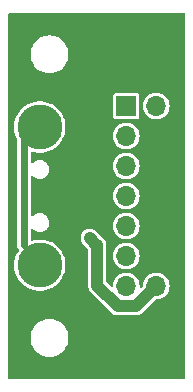
<source format=gbl>
G04 #@! TF.GenerationSoftware,KiCad,Pcbnew,7.0.0-da2b9df05c~163~ubuntu22.04.1*
G04 #@! TF.CreationDate,2023-03-12T19:04:27+00:00*
G04 #@! TF.ProjectId,simpleadapter14m,73696d70-6c65-4616-9461-707465723134,rev?*
G04 #@! TF.SameCoordinates,Original*
G04 #@! TF.FileFunction,Copper,L2,Bot*
G04 #@! TF.FilePolarity,Positive*
%FSLAX46Y46*%
G04 Gerber Fmt 4.6, Leading zero omitted, Abs format (unit mm)*
G04 Created by KiCad (PCBNEW 7.0.0-da2b9df05c~163~ubuntu22.04.1) date 2023-03-12 19:04:27*
%MOMM*%
%LPD*%
G01*
G04 APERTURE LIST*
G04 #@! TA.AperFunction,ComponentPad*
%ADD10C,3.800000*%
G04 #@! TD*
G04 #@! TA.AperFunction,ComponentPad*
%ADD11R,1.700000X1.700000*%
G04 #@! TD*
G04 #@! TA.AperFunction,ComponentPad*
%ADD12O,1.700000X1.700000*%
G04 #@! TD*
G04 #@! TA.AperFunction,ViaPad*
%ADD13C,0.800000*%
G04 #@! TD*
G04 #@! TA.AperFunction,Conductor*
%ADD14C,1.000000*%
G04 #@! TD*
G04 #@! TA.AperFunction,Conductor*
%ADD15C,0.250000*%
G04 #@! TD*
G04 #@! TA.AperFunction,Conductor*
%ADD16C,0.600000*%
G04 #@! TD*
G04 APERTURE END LIST*
D10*
X149177000Y-88750000D03*
X149177000Y-100450000D03*
D11*
X156499999Y-86979999D03*
D12*
X159039999Y-86979999D03*
X156499999Y-89519999D03*
X159039999Y-89519999D03*
X156499999Y-92059999D03*
X159039999Y-92059999D03*
X156499999Y-94599999D03*
X159039999Y-94599999D03*
X156499999Y-97139999D03*
X159039999Y-97139999D03*
X156499999Y-99679999D03*
X159039999Y-99679999D03*
X156499999Y-102219999D03*
X159039999Y-102219999D03*
D13*
X153400000Y-98140000D03*
X154050000Y-98750002D03*
X154110000Y-87760000D03*
X153800000Y-90920000D03*
X154600000Y-90140000D03*
X154100000Y-86750000D03*
D14*
X153980000Y-98720000D02*
X153400000Y-98140000D01*
X155780000Y-103940000D02*
X154050000Y-102210000D01*
X154050000Y-102210000D02*
X154050000Y-98750002D01*
X159040000Y-102220000D02*
X157320000Y-103940000D01*
X157320000Y-103940000D02*
X155780000Y-103940000D01*
D15*
X149177000Y-88384000D02*
X147828000Y-89733000D01*
X147828000Y-98735000D02*
X149177000Y-100084000D01*
D16*
X147828000Y-89733000D02*
X147828000Y-98735000D01*
G04 #@! TA.AperFunction,Conductor*
G36*
X161437500Y-79117113D02*
G01*
X161482887Y-79162500D01*
X161499500Y-79224500D01*
X161499500Y-109975500D01*
X161482887Y-110037500D01*
X161437500Y-110082887D01*
X161375500Y-110099500D01*
X146624500Y-110099500D01*
X146562500Y-110082887D01*
X146517113Y-110037500D01*
X146500500Y-109975500D01*
X146500500Y-106600000D01*
X148394551Y-106600000D01*
X148414317Y-106851148D01*
X148415452Y-106855877D01*
X148415453Y-106855881D01*
X148471989Y-107091374D01*
X148471991Y-107091382D01*
X148473127Y-107096111D01*
X148569534Y-107328859D01*
X148572081Y-107333016D01*
X148572082Y-107333017D01*
X148698617Y-107539504D01*
X148698622Y-107539511D01*
X148701164Y-107543659D01*
X148704324Y-107547358D01*
X148704327Y-107547363D01*
X148861615Y-107731523D01*
X148864776Y-107735224D01*
X149056341Y-107898836D01*
X149060491Y-107901379D01*
X149060495Y-107901382D01*
X149172300Y-107969896D01*
X149271141Y-108030466D01*
X149503889Y-108126873D01*
X149748852Y-108185683D01*
X149937118Y-108200500D01*
X150060437Y-108200500D01*
X150062882Y-108200500D01*
X150251148Y-108185683D01*
X150496111Y-108126873D01*
X150728859Y-108030466D01*
X150943659Y-107898836D01*
X151135224Y-107735224D01*
X151298836Y-107543659D01*
X151430466Y-107328859D01*
X151526873Y-107096111D01*
X151585683Y-106851148D01*
X151605449Y-106600000D01*
X151585683Y-106348852D01*
X151526873Y-106103889D01*
X151430466Y-105871141D01*
X151298836Y-105656341D01*
X151135224Y-105464776D01*
X151131523Y-105461615D01*
X150947363Y-105304327D01*
X150947358Y-105304324D01*
X150943659Y-105301164D01*
X150939511Y-105298622D01*
X150939504Y-105298617D01*
X150733017Y-105172082D01*
X150733016Y-105172081D01*
X150728859Y-105169534D01*
X150496111Y-105073127D01*
X150491382Y-105071991D01*
X150491374Y-105071989D01*
X150255881Y-105015453D01*
X150255877Y-105015452D01*
X150251148Y-105014317D01*
X150246295Y-105013935D01*
X150065316Y-104999691D01*
X150065301Y-104999690D01*
X150062882Y-104999500D01*
X149937118Y-104999500D01*
X149934699Y-104999690D01*
X149934683Y-104999691D01*
X149753704Y-105013935D01*
X149753702Y-105013935D01*
X149748852Y-105014317D01*
X149744124Y-105015451D01*
X149744118Y-105015453D01*
X149508625Y-105071989D01*
X149508613Y-105071992D01*
X149503889Y-105073127D01*
X149499392Y-105074989D01*
X149499388Y-105074991D01*
X149275645Y-105167668D01*
X149275640Y-105167670D01*
X149271141Y-105169534D01*
X149266988Y-105172078D01*
X149266982Y-105172082D01*
X149060495Y-105298617D01*
X149060482Y-105298626D01*
X149056341Y-105301164D01*
X149052646Y-105304319D01*
X149052636Y-105304327D01*
X148868476Y-105461615D01*
X148868469Y-105461621D01*
X148864776Y-105464776D01*
X148861621Y-105468469D01*
X148861615Y-105468476D01*
X148704327Y-105652636D01*
X148704319Y-105652646D01*
X148701164Y-105656341D01*
X148698626Y-105660482D01*
X148698617Y-105660495D01*
X148572082Y-105866982D01*
X148572078Y-105866988D01*
X148569534Y-105871141D01*
X148473127Y-106103889D01*
X148471992Y-106108613D01*
X148471989Y-106108625D01*
X148415453Y-106344118D01*
X148415451Y-106344124D01*
X148414317Y-106348852D01*
X148394551Y-106600000D01*
X146500500Y-106600000D01*
X146500500Y-100450000D01*
X147001428Y-100450000D01*
X147001717Y-100454225D01*
X147017802Y-100689396D01*
X147021691Y-100746240D01*
X147022552Y-100750387D01*
X147022554Y-100750396D01*
X147032966Y-100800500D01*
X147082104Y-101036962D01*
X147083522Y-101040953D01*
X147083525Y-101040962D01*
X147180120Y-101312753D01*
X147181541Y-101316750D01*
X147183488Y-101320508D01*
X147183490Y-101320512D01*
X147254744Y-101458026D01*
X147318149Y-101580392D01*
X147320595Y-101583857D01*
X147486939Y-101819514D01*
X147486943Y-101819519D01*
X147489384Y-101822977D01*
X147692056Y-102039986D01*
X147922390Y-102227377D01*
X148176095Y-102381658D01*
X148448445Y-102499956D01*
X148672924Y-102562852D01*
X148730287Y-102578925D01*
X148730289Y-102578925D01*
X148734367Y-102580068D01*
X149028534Y-102620500D01*
X149321229Y-102620500D01*
X149325466Y-102620500D01*
X149619633Y-102580068D01*
X149905555Y-102499956D01*
X150177905Y-102381658D01*
X150431610Y-102227377D01*
X150661944Y-102039986D01*
X150864616Y-101822977D01*
X151035851Y-101580392D01*
X151172459Y-101316750D01*
X151271896Y-101036962D01*
X151332309Y-100746240D01*
X151352572Y-100450000D01*
X151332309Y-100153760D01*
X151271896Y-99863038D01*
X151172459Y-99583250D01*
X151035851Y-99319608D01*
X150890054Y-99113060D01*
X150867060Y-99080485D01*
X150867058Y-99080482D01*
X150864616Y-99077023D01*
X150684280Y-98883930D01*
X150664831Y-98863105D01*
X150664829Y-98863103D01*
X150661944Y-98860014D01*
X150431610Y-98672623D01*
X150427986Y-98670419D01*
X150427983Y-98670417D01*
X150181523Y-98520542D01*
X150181521Y-98520541D01*
X150177905Y-98518342D01*
X150155983Y-98508820D01*
X149909436Y-98401729D01*
X149909426Y-98401725D01*
X149905555Y-98400044D01*
X149867224Y-98389304D01*
X149623712Y-98321074D01*
X149623699Y-98321071D01*
X149619633Y-98319932D01*
X149615446Y-98319356D01*
X149615434Y-98319354D01*
X149329663Y-98280076D01*
X149329650Y-98280075D01*
X149325466Y-98279500D01*
X149028534Y-98279500D01*
X149024350Y-98280075D01*
X149024336Y-98280076D01*
X148738565Y-98319354D01*
X148738550Y-98319356D01*
X148734367Y-98319932D01*
X148730303Y-98321070D01*
X148730287Y-98321074D01*
X148555955Y-98369921D01*
X148499348Y-98372338D01*
X148447575Y-98349323D01*
X148411444Y-98305679D01*
X148398500Y-98250519D01*
X148398500Y-98226815D01*
X152629500Y-98226815D01*
X152668136Y-98396090D01*
X152671153Y-98402356D01*
X152671155Y-98402360D01*
X152676558Y-98413579D01*
X152743471Y-98552525D01*
X152824580Y-98654231D01*
X152827042Y-98656693D01*
X152827043Y-98656694D01*
X153243181Y-99072832D01*
X153270061Y-99113060D01*
X153279500Y-99160513D01*
X153279500Y-102123185D01*
X153279500Y-102296815D01*
X153281049Y-102303601D01*
X153287641Y-102332483D01*
X153289970Y-102346192D01*
X153294065Y-102382537D01*
X153296364Y-102389107D01*
X153296366Y-102389116D01*
X153306146Y-102417067D01*
X153309994Y-102430423D01*
X153316585Y-102459297D01*
X153316586Y-102459301D01*
X153318136Y-102466090D01*
X153324399Y-102479095D01*
X153334008Y-102499049D01*
X153339327Y-102511891D01*
X153351411Y-102546423D01*
X153355114Y-102552316D01*
X153370873Y-102577396D01*
X153377597Y-102589564D01*
X153393471Y-102622525D01*
X153416283Y-102651131D01*
X153424321Y-102662460D01*
X153440082Y-102687542D01*
X153443787Y-102693438D01*
X153474580Y-102724230D01*
X153474580Y-102724231D01*
X155265768Y-104515420D01*
X155265772Y-104515423D01*
X155296562Y-104546213D01*
X155302465Y-104549922D01*
X155327532Y-104565673D01*
X155338874Y-104573720D01*
X155367475Y-104596529D01*
X155400442Y-104612404D01*
X155412596Y-104619122D01*
X155443577Y-104638589D01*
X155478098Y-104650668D01*
X155478101Y-104650669D01*
X155490950Y-104655991D01*
X155523910Y-104671864D01*
X155559584Y-104680006D01*
X155572927Y-104683850D01*
X155607463Y-104695935D01*
X155643823Y-104700031D01*
X155657525Y-104702359D01*
X155693185Y-104710499D01*
X155736715Y-104710499D01*
X155736727Y-104710499D01*
X155736733Y-104710500D01*
X157233185Y-104710500D01*
X157363267Y-104710500D01*
X157399849Y-104710500D01*
X157406815Y-104710500D01*
X157442490Y-104702356D01*
X157456180Y-104700030D01*
X157492537Y-104695935D01*
X157527062Y-104683853D01*
X157540424Y-104680003D01*
X157576090Y-104671864D01*
X157609049Y-104655990D01*
X157621901Y-104650668D01*
X157656423Y-104638589D01*
X157687408Y-104619118D01*
X157699545Y-104612409D01*
X157732525Y-104596529D01*
X157761128Y-104573717D01*
X157772458Y-104565678D01*
X157803438Y-104546213D01*
X157926213Y-104423438D01*
X157926212Y-104423438D01*
X158972832Y-103376819D01*
X159013061Y-103349939D01*
X159060514Y-103340500D01*
X159138101Y-103340500D01*
X159143830Y-103340500D01*
X159347953Y-103302342D01*
X159541589Y-103227327D01*
X159718145Y-103118009D01*
X159871607Y-102978110D01*
X159996749Y-102812394D01*
X160089311Y-102626505D01*
X160146140Y-102426773D01*
X160165300Y-102220000D01*
X160146140Y-102013227D01*
X160089311Y-101813495D01*
X159996749Y-101627606D01*
X159993296Y-101623034D01*
X159993294Y-101623030D01*
X159875063Y-101466467D01*
X159871607Y-101461890D01*
X159867371Y-101458029D01*
X159867369Y-101458026D01*
X159722379Y-101325851D01*
X159722380Y-101325851D01*
X159718145Y-101321991D01*
X159713276Y-101318976D01*
X159713273Y-101318974D01*
X159546463Y-101215691D01*
X159546464Y-101215691D01*
X159541589Y-101212673D01*
X159536246Y-101210603D01*
X159353300Y-101139729D01*
X159353295Y-101139727D01*
X159347953Y-101137658D01*
X159342315Y-101136604D01*
X159149459Y-101100552D01*
X159149456Y-101100551D01*
X159143830Y-101099500D01*
X158936170Y-101099500D01*
X158930544Y-101100551D01*
X158930540Y-101100552D01*
X158737684Y-101136604D01*
X158737681Y-101136604D01*
X158732047Y-101137658D01*
X158726707Y-101139726D01*
X158726699Y-101139729D01*
X158543753Y-101210603D01*
X158543748Y-101210605D01*
X158538411Y-101212673D01*
X158533539Y-101215689D01*
X158533536Y-101215691D01*
X158366726Y-101318974D01*
X158366718Y-101318979D01*
X158361855Y-101321991D01*
X158357624Y-101325847D01*
X158357620Y-101325851D01*
X158212630Y-101458026D01*
X158212622Y-101458034D01*
X158208393Y-101461890D01*
X158204939Y-101466462D01*
X158204936Y-101466467D01*
X158086705Y-101623030D01*
X158086697Y-101623041D01*
X158083251Y-101627606D01*
X158080701Y-101632726D01*
X158080696Y-101632735D01*
X157993243Y-101808364D01*
X157993239Y-101808372D01*
X157990689Y-101813495D01*
X157989123Y-101818998D01*
X157989119Y-101819009D01*
X157935429Y-102007712D01*
X157933860Y-102013227D01*
X157933331Y-102018932D01*
X157933331Y-102018934D01*
X157915190Y-102214707D01*
X157903966Y-102255959D01*
X157879400Y-102290947D01*
X157834943Y-102335404D01*
X157783394Y-102366342D01*
X157723351Y-102369396D01*
X157668929Y-102343848D01*
X157632921Y-102295703D01*
X157623791Y-102236280D01*
X157624771Y-102225706D01*
X157625300Y-102220000D01*
X157606140Y-102013227D01*
X157549311Y-101813495D01*
X157456749Y-101627606D01*
X157453296Y-101623034D01*
X157453294Y-101623030D01*
X157335063Y-101466467D01*
X157331607Y-101461890D01*
X157327371Y-101458029D01*
X157327369Y-101458026D01*
X157182379Y-101325851D01*
X157182380Y-101325851D01*
X157178145Y-101321991D01*
X157173276Y-101318976D01*
X157173273Y-101318974D01*
X157006463Y-101215691D01*
X157006464Y-101215691D01*
X157001589Y-101212673D01*
X156996246Y-101210603D01*
X156813300Y-101139729D01*
X156813295Y-101139727D01*
X156807953Y-101137658D01*
X156802315Y-101136604D01*
X156609459Y-101100552D01*
X156609456Y-101100551D01*
X156603830Y-101099500D01*
X156396170Y-101099500D01*
X156390544Y-101100551D01*
X156390540Y-101100552D01*
X156197684Y-101136604D01*
X156197681Y-101136604D01*
X156192047Y-101137658D01*
X156186707Y-101139726D01*
X156186699Y-101139729D01*
X156003753Y-101210603D01*
X156003748Y-101210605D01*
X155998411Y-101212673D01*
X155993539Y-101215689D01*
X155993536Y-101215691D01*
X155826726Y-101318974D01*
X155826718Y-101318979D01*
X155821855Y-101321991D01*
X155817624Y-101325847D01*
X155817620Y-101325851D01*
X155672630Y-101458026D01*
X155672622Y-101458034D01*
X155668393Y-101461890D01*
X155664939Y-101466462D01*
X155664936Y-101466467D01*
X155546705Y-101623030D01*
X155546697Y-101623041D01*
X155543251Y-101627606D01*
X155540701Y-101632726D01*
X155540696Y-101632735D01*
X155453243Y-101808364D01*
X155453239Y-101808372D01*
X155450689Y-101813495D01*
X155449123Y-101818998D01*
X155449119Y-101819009D01*
X155395429Y-102007712D01*
X155393860Y-102013227D01*
X155393331Y-102018930D01*
X155393331Y-102018933D01*
X155379986Y-102162944D01*
X155354599Y-102227367D01*
X155298626Y-102268132D01*
X155229521Y-102272528D01*
X155168835Y-102239183D01*
X154856818Y-101927167D01*
X154829939Y-101886940D01*
X154820500Y-101839487D01*
X154820500Y-99680000D01*
X155374700Y-99680000D01*
X155393860Y-99886773D01*
X155395429Y-99892287D01*
X155449119Y-100080990D01*
X155449122Y-100080998D01*
X155450689Y-100086505D01*
X155453241Y-100091630D01*
X155453243Y-100091635D01*
X155540696Y-100267264D01*
X155540698Y-100267268D01*
X155543251Y-100272394D01*
X155546701Y-100276962D01*
X155546705Y-100276969D01*
X155650389Y-100414269D01*
X155668393Y-100438110D01*
X155672627Y-100441970D01*
X155672630Y-100441973D01*
X155686070Y-100454225D01*
X155821855Y-100578009D01*
X155998411Y-100687327D01*
X156192047Y-100762342D01*
X156396170Y-100800500D01*
X156598101Y-100800500D01*
X156603830Y-100800500D01*
X156807953Y-100762342D01*
X157001589Y-100687327D01*
X157178145Y-100578009D01*
X157331607Y-100438110D01*
X157456749Y-100272394D01*
X157549311Y-100086505D01*
X157606140Y-99886773D01*
X157625300Y-99680000D01*
X157606140Y-99473227D01*
X157549311Y-99273495D01*
X157456749Y-99087606D01*
X157453296Y-99083034D01*
X157453294Y-99083030D01*
X157335063Y-98926467D01*
X157331607Y-98921890D01*
X157327371Y-98918029D01*
X157327369Y-98918026D01*
X157182379Y-98785851D01*
X157182380Y-98785851D01*
X157178145Y-98781991D01*
X157173276Y-98778976D01*
X157173273Y-98778974D01*
X157006463Y-98675691D01*
X157006464Y-98675691D01*
X157001589Y-98672673D01*
X156995766Y-98670417D01*
X156813300Y-98599729D01*
X156813295Y-98599727D01*
X156807953Y-98597658D01*
X156802315Y-98596604D01*
X156609459Y-98560552D01*
X156609456Y-98560551D01*
X156603830Y-98559500D01*
X156396170Y-98559500D01*
X156390544Y-98560551D01*
X156390540Y-98560552D01*
X156197684Y-98596604D01*
X156197681Y-98596604D01*
X156192047Y-98597658D01*
X156186707Y-98599726D01*
X156186699Y-98599729D01*
X156003753Y-98670603D01*
X156003748Y-98670605D01*
X155998411Y-98672673D01*
X155993539Y-98675689D01*
X155993536Y-98675691D01*
X155826726Y-98778974D01*
X155826718Y-98778979D01*
X155821855Y-98781991D01*
X155817624Y-98785847D01*
X155817620Y-98785851D01*
X155672630Y-98918026D01*
X155672622Y-98918034D01*
X155668393Y-98921890D01*
X155664939Y-98926462D01*
X155664936Y-98926467D01*
X155546705Y-99083030D01*
X155546697Y-99083041D01*
X155543251Y-99087606D01*
X155540701Y-99092726D01*
X155540696Y-99092735D01*
X155453243Y-99268364D01*
X155453239Y-99268372D01*
X155450689Y-99273495D01*
X155449123Y-99278998D01*
X155449119Y-99279009D01*
X155395429Y-99467712D01*
X155393860Y-99473227D01*
X155374700Y-99680000D01*
X154820500Y-99680000D01*
X154820500Y-98710220D01*
X154820500Y-98706735D01*
X154805935Y-98577465D01*
X154748589Y-98413579D01*
X154656213Y-98266564D01*
X154533438Y-98143789D01*
X154527538Y-98140082D01*
X154527531Y-98140076D01*
X154437644Y-98083596D01*
X154415935Y-98066284D01*
X153916694Y-97567043D01*
X153914231Y-97564580D01*
X153812525Y-97483471D01*
X153806250Y-97480449D01*
X153662360Y-97411155D01*
X153662356Y-97411153D01*
X153656090Y-97408136D01*
X153649305Y-97406587D01*
X153649304Y-97406587D01*
X153534864Y-97380467D01*
X153486815Y-97369500D01*
X153313185Y-97369500D01*
X153306398Y-97371048D01*
X153306398Y-97371049D01*
X153150695Y-97406587D01*
X153150692Y-97406588D01*
X153143910Y-97408136D01*
X153137646Y-97411152D01*
X153137639Y-97411155D01*
X152993749Y-97480449D01*
X152993744Y-97480451D01*
X152987475Y-97483471D01*
X152982035Y-97487809D01*
X152982029Y-97487813D01*
X152857168Y-97587387D01*
X152857163Y-97587391D01*
X152851727Y-97591727D01*
X152847391Y-97597163D01*
X152847387Y-97597168D01*
X152747813Y-97722029D01*
X152747809Y-97722035D01*
X152743471Y-97727475D01*
X152740451Y-97733744D01*
X152740449Y-97733749D01*
X152671155Y-97877639D01*
X152671152Y-97877646D01*
X152668136Y-97883910D01*
X152666588Y-97890692D01*
X152666587Y-97890695D01*
X152664895Y-97898110D01*
X152629500Y-98053185D01*
X152629500Y-98226815D01*
X148398500Y-98226815D01*
X148398500Y-97502940D01*
X148412015Y-97446645D01*
X148449615Y-97402622D01*
X148503102Y-97380467D01*
X148560818Y-97385009D01*
X148610180Y-97415258D01*
X148674738Y-97479816D01*
X148827478Y-97575789D01*
X148997745Y-97635368D01*
X149132046Y-97650500D01*
X149218470Y-97650500D01*
X149221954Y-97650500D01*
X149356255Y-97635368D01*
X149526522Y-97575789D01*
X149679262Y-97479816D01*
X149806816Y-97352262D01*
X149902789Y-97199522D01*
X149923617Y-97140000D01*
X155374700Y-97140000D01*
X155393860Y-97346773D01*
X155395429Y-97352287D01*
X155449119Y-97540990D01*
X155449122Y-97540998D01*
X155450689Y-97546505D01*
X155453241Y-97551630D01*
X155453243Y-97551635D01*
X155540696Y-97727264D01*
X155540698Y-97727268D01*
X155543251Y-97732394D01*
X155546701Y-97736962D01*
X155546705Y-97736969D01*
X155650389Y-97874269D01*
X155668393Y-97898110D01*
X155672627Y-97901970D01*
X155672630Y-97901973D01*
X155762054Y-97983493D01*
X155821855Y-98038009D01*
X155998411Y-98147327D01*
X156192047Y-98222342D01*
X156396170Y-98260500D01*
X156598101Y-98260500D01*
X156603830Y-98260500D01*
X156807953Y-98222342D01*
X157001589Y-98147327D01*
X157178145Y-98038009D01*
X157331607Y-97898110D01*
X157456749Y-97732394D01*
X157549311Y-97546505D01*
X157606140Y-97346773D01*
X157625300Y-97140000D01*
X157606140Y-96933227D01*
X157549311Y-96733495D01*
X157456749Y-96547606D01*
X157453296Y-96543034D01*
X157453294Y-96543030D01*
X157335063Y-96386467D01*
X157331607Y-96381890D01*
X157327371Y-96378029D01*
X157327369Y-96378026D01*
X157182379Y-96245851D01*
X157182380Y-96245851D01*
X157178145Y-96241991D01*
X157173276Y-96238976D01*
X157173273Y-96238974D01*
X157006463Y-96135691D01*
X157006464Y-96135691D01*
X157001589Y-96132673D01*
X156996246Y-96130603D01*
X156813300Y-96059729D01*
X156813295Y-96059727D01*
X156807953Y-96057658D01*
X156766399Y-96049890D01*
X156609459Y-96020552D01*
X156609456Y-96020551D01*
X156603830Y-96019500D01*
X156396170Y-96019500D01*
X156390544Y-96020551D01*
X156390540Y-96020552D01*
X156197684Y-96056604D01*
X156197681Y-96056604D01*
X156192047Y-96057658D01*
X156186707Y-96059726D01*
X156186699Y-96059729D01*
X156003753Y-96130603D01*
X156003748Y-96130605D01*
X155998411Y-96132673D01*
X155993539Y-96135689D01*
X155993536Y-96135691D01*
X155826726Y-96238974D01*
X155826718Y-96238979D01*
X155821855Y-96241991D01*
X155817624Y-96245847D01*
X155817620Y-96245851D01*
X155672630Y-96378026D01*
X155672622Y-96378034D01*
X155668393Y-96381890D01*
X155664939Y-96386462D01*
X155664936Y-96386467D01*
X155546705Y-96543030D01*
X155546697Y-96543041D01*
X155543251Y-96547606D01*
X155540701Y-96552726D01*
X155540696Y-96552735D01*
X155453243Y-96728364D01*
X155453239Y-96728372D01*
X155450689Y-96733495D01*
X155449123Y-96738998D01*
X155449119Y-96739009D01*
X155417540Y-96850000D01*
X155393860Y-96933227D01*
X155374700Y-97140000D01*
X149923617Y-97140000D01*
X149962368Y-97029255D01*
X149982565Y-96850000D01*
X149962368Y-96670745D01*
X149902789Y-96500478D01*
X149806816Y-96347738D01*
X149679262Y-96220184D01*
X149642460Y-96197060D01*
X149532412Y-96127912D01*
X149526522Y-96124211D01*
X149519959Y-96121914D01*
X149519956Y-96121913D01*
X149362825Y-96066931D01*
X149356255Y-96064632D01*
X149349333Y-96063852D01*
X149225418Y-96049890D01*
X149225412Y-96049889D01*
X149221954Y-96049500D01*
X149132046Y-96049500D01*
X149128588Y-96049889D01*
X149128581Y-96049890D01*
X149004666Y-96063852D01*
X149004664Y-96063852D01*
X148997745Y-96064632D01*
X148991176Y-96066930D01*
X148991174Y-96066931D01*
X148834043Y-96121913D01*
X148834036Y-96121915D01*
X148827478Y-96124211D01*
X148821590Y-96127910D01*
X148821587Y-96127912D01*
X148680638Y-96216476D01*
X148680633Y-96216479D01*
X148674738Y-96220184D01*
X148669813Y-96225108D01*
X148669809Y-96225112D01*
X148610181Y-96284741D01*
X148560818Y-96314991D01*
X148503102Y-96319533D01*
X148449615Y-96297378D01*
X148412015Y-96253355D01*
X148398500Y-96197060D01*
X148398500Y-94600000D01*
X155374700Y-94600000D01*
X155393860Y-94806773D01*
X155395429Y-94812287D01*
X155449119Y-95000990D01*
X155449122Y-95000998D01*
X155450689Y-95006505D01*
X155453241Y-95011630D01*
X155453243Y-95011635D01*
X155540696Y-95187264D01*
X155540698Y-95187268D01*
X155543251Y-95192394D01*
X155546701Y-95196962D01*
X155546705Y-95196969D01*
X155650389Y-95334269D01*
X155668393Y-95358110D01*
X155672627Y-95361970D01*
X155672630Y-95361973D01*
X155762054Y-95443493D01*
X155821855Y-95498009D01*
X155998411Y-95607327D01*
X156192047Y-95682342D01*
X156396170Y-95720500D01*
X156598101Y-95720500D01*
X156603830Y-95720500D01*
X156807953Y-95682342D01*
X157001589Y-95607327D01*
X157178145Y-95498009D01*
X157331607Y-95358110D01*
X157456749Y-95192394D01*
X157549311Y-95006505D01*
X157606140Y-94806773D01*
X157625300Y-94600000D01*
X157606140Y-94393227D01*
X157549311Y-94193495D01*
X157456749Y-94007606D01*
X157453296Y-94003034D01*
X157453294Y-94003030D01*
X157335063Y-93846467D01*
X157331607Y-93841890D01*
X157327371Y-93838029D01*
X157327369Y-93838026D01*
X157182379Y-93705851D01*
X157182380Y-93705851D01*
X157178145Y-93701991D01*
X157173276Y-93698976D01*
X157173273Y-93698974D01*
X157006463Y-93595691D01*
X157006464Y-93595691D01*
X157001589Y-93592673D01*
X156996246Y-93590603D01*
X156813300Y-93519729D01*
X156813295Y-93519727D01*
X156807953Y-93517658D01*
X156802315Y-93516604D01*
X156609459Y-93480552D01*
X156609456Y-93480551D01*
X156603830Y-93479500D01*
X156396170Y-93479500D01*
X156390544Y-93480551D01*
X156390540Y-93480552D01*
X156197684Y-93516604D01*
X156197681Y-93516604D01*
X156192047Y-93517658D01*
X156186707Y-93519726D01*
X156186699Y-93519729D01*
X156003753Y-93590603D01*
X156003748Y-93590605D01*
X155998411Y-93592673D01*
X155993539Y-93595689D01*
X155993536Y-93595691D01*
X155826726Y-93698974D01*
X155826718Y-93698979D01*
X155821855Y-93701991D01*
X155817624Y-93705847D01*
X155817620Y-93705851D01*
X155672630Y-93838026D01*
X155672622Y-93838034D01*
X155668393Y-93841890D01*
X155664939Y-93846462D01*
X155664936Y-93846467D01*
X155546705Y-94003030D01*
X155546697Y-94003041D01*
X155543251Y-94007606D01*
X155540701Y-94012726D01*
X155540696Y-94012735D01*
X155453243Y-94188364D01*
X155453239Y-94188372D01*
X155450689Y-94193495D01*
X155449123Y-94198998D01*
X155449119Y-94199009D01*
X155395429Y-94387712D01*
X155393860Y-94393227D01*
X155374700Y-94600000D01*
X148398500Y-94600000D01*
X148398500Y-93002940D01*
X148412015Y-92946645D01*
X148449615Y-92902622D01*
X148503102Y-92880467D01*
X148560818Y-92885009D01*
X148610181Y-92915259D01*
X148674738Y-92979816D01*
X148827478Y-93075789D01*
X148997745Y-93135368D01*
X149132046Y-93150500D01*
X149218470Y-93150500D01*
X149221954Y-93150500D01*
X149356255Y-93135368D01*
X149526522Y-93075789D01*
X149679262Y-92979816D01*
X149806816Y-92852262D01*
X149902789Y-92699522D01*
X149962368Y-92529255D01*
X149982565Y-92350000D01*
X149962368Y-92170745D01*
X149923617Y-92060000D01*
X155374700Y-92060000D01*
X155393860Y-92266773D01*
X155395429Y-92272287D01*
X155449119Y-92460990D01*
X155449122Y-92460998D01*
X155450689Y-92466505D01*
X155453241Y-92471630D01*
X155453243Y-92471635D01*
X155540696Y-92647264D01*
X155540698Y-92647268D01*
X155543251Y-92652394D01*
X155546701Y-92656962D01*
X155546705Y-92656969D01*
X155650389Y-92794269D01*
X155668393Y-92818110D01*
X155672627Y-92821970D01*
X155672630Y-92821973D01*
X155736795Y-92880467D01*
X155821855Y-92958009D01*
X155998411Y-93067327D01*
X156192047Y-93142342D01*
X156396170Y-93180500D01*
X156598101Y-93180500D01*
X156603830Y-93180500D01*
X156807953Y-93142342D01*
X157001589Y-93067327D01*
X157178145Y-92958009D01*
X157331607Y-92818110D01*
X157456749Y-92652394D01*
X157549311Y-92466505D01*
X157606140Y-92266773D01*
X157625300Y-92060000D01*
X157606140Y-91853227D01*
X157549311Y-91653495D01*
X157456749Y-91467606D01*
X157453296Y-91463034D01*
X157453294Y-91463030D01*
X157335063Y-91306467D01*
X157331607Y-91301890D01*
X157327371Y-91298029D01*
X157327369Y-91298026D01*
X157182379Y-91165851D01*
X157182380Y-91165851D01*
X157178145Y-91161991D01*
X157173276Y-91158976D01*
X157173273Y-91158974D01*
X157006463Y-91055691D01*
X157006464Y-91055691D01*
X157001589Y-91052673D01*
X156996246Y-91050603D01*
X156813300Y-90979729D01*
X156813295Y-90979727D01*
X156807953Y-90977658D01*
X156802315Y-90976604D01*
X156609459Y-90940552D01*
X156609456Y-90940551D01*
X156603830Y-90939500D01*
X156396170Y-90939500D01*
X156390544Y-90940551D01*
X156390540Y-90940552D01*
X156197684Y-90976604D01*
X156197681Y-90976604D01*
X156192047Y-90977658D01*
X156186707Y-90979726D01*
X156186699Y-90979729D01*
X156003753Y-91050603D01*
X156003748Y-91050605D01*
X155998411Y-91052673D01*
X155993539Y-91055689D01*
X155993536Y-91055691D01*
X155826726Y-91158974D01*
X155826718Y-91158979D01*
X155821855Y-91161991D01*
X155817624Y-91165847D01*
X155817620Y-91165851D01*
X155672630Y-91298026D01*
X155672622Y-91298034D01*
X155668393Y-91301890D01*
X155664939Y-91306462D01*
X155664936Y-91306467D01*
X155546705Y-91463030D01*
X155546697Y-91463041D01*
X155543251Y-91467606D01*
X155540701Y-91472726D01*
X155540696Y-91472735D01*
X155453243Y-91648364D01*
X155453239Y-91648372D01*
X155450689Y-91653495D01*
X155449123Y-91658998D01*
X155449119Y-91659009D01*
X155404739Y-91814991D01*
X155393860Y-91853227D01*
X155374700Y-92060000D01*
X149923617Y-92060000D01*
X149902789Y-92000478D01*
X149806816Y-91847738D01*
X149679262Y-91720184D01*
X149642460Y-91697060D01*
X149532412Y-91627912D01*
X149526522Y-91624211D01*
X149519959Y-91621914D01*
X149519956Y-91621913D01*
X149362825Y-91566931D01*
X149356255Y-91564632D01*
X149349333Y-91563852D01*
X149225418Y-91549890D01*
X149225412Y-91549889D01*
X149221954Y-91549500D01*
X149132046Y-91549500D01*
X149128588Y-91549889D01*
X149128581Y-91549890D01*
X149004666Y-91563852D01*
X149004664Y-91563852D01*
X148997745Y-91564632D01*
X148991176Y-91566930D01*
X148991174Y-91566931D01*
X148834043Y-91621913D01*
X148834036Y-91621915D01*
X148827478Y-91624211D01*
X148821590Y-91627910D01*
X148821587Y-91627912D01*
X148680638Y-91716476D01*
X148680633Y-91716479D01*
X148674738Y-91720184D01*
X148669813Y-91725108D01*
X148669809Y-91725112D01*
X148610181Y-91784741D01*
X148560818Y-91814991D01*
X148503102Y-91819533D01*
X148449615Y-91797378D01*
X148412015Y-91753355D01*
X148398500Y-91697060D01*
X148398500Y-90949481D01*
X148411444Y-90894321D01*
X148447575Y-90850677D01*
X148499348Y-90827662D01*
X148555955Y-90830079D01*
X148730287Y-90878925D01*
X148730289Y-90878925D01*
X148734367Y-90880068D01*
X149028534Y-90920500D01*
X149321229Y-90920500D01*
X149325466Y-90920500D01*
X149619633Y-90880068D01*
X149905555Y-90799956D01*
X150177905Y-90681658D01*
X150431610Y-90527377D01*
X150661944Y-90339986D01*
X150864616Y-90122977D01*
X151035851Y-89880392D01*
X151172459Y-89616750D01*
X151206844Y-89520000D01*
X155374700Y-89520000D01*
X155393860Y-89726773D01*
X155395429Y-89732287D01*
X155449119Y-89920990D01*
X155449122Y-89920998D01*
X155450689Y-89926505D01*
X155453241Y-89931630D01*
X155453243Y-89931635D01*
X155540696Y-90107264D01*
X155540698Y-90107268D01*
X155543251Y-90112394D01*
X155546701Y-90116962D01*
X155546705Y-90116969D01*
X155650389Y-90254269D01*
X155668393Y-90278110D01*
X155672627Y-90281970D01*
X155672630Y-90281973D01*
X155732876Y-90336894D01*
X155821855Y-90418009D01*
X155998411Y-90527327D01*
X156192047Y-90602342D01*
X156396170Y-90640500D01*
X156598101Y-90640500D01*
X156603830Y-90640500D01*
X156807953Y-90602342D01*
X157001589Y-90527327D01*
X157178145Y-90418009D01*
X157331607Y-90278110D01*
X157456749Y-90112394D01*
X157549311Y-89926505D01*
X157606140Y-89726773D01*
X157625300Y-89520000D01*
X157606140Y-89313227D01*
X157549311Y-89113495D01*
X157456749Y-88927606D01*
X157453296Y-88923034D01*
X157453294Y-88923030D01*
X157335063Y-88766467D01*
X157331607Y-88761890D01*
X157327371Y-88758029D01*
X157327369Y-88758026D01*
X157182379Y-88625851D01*
X157182380Y-88625851D01*
X157178145Y-88621991D01*
X157173276Y-88618976D01*
X157173273Y-88618974D01*
X157006463Y-88515691D01*
X157006464Y-88515691D01*
X157001589Y-88512673D01*
X156996246Y-88510603D01*
X156813300Y-88439729D01*
X156813295Y-88439727D01*
X156807953Y-88437658D01*
X156802315Y-88436604D01*
X156609459Y-88400552D01*
X156609456Y-88400551D01*
X156603830Y-88399500D01*
X156396170Y-88399500D01*
X156390544Y-88400551D01*
X156390540Y-88400552D01*
X156197684Y-88436604D01*
X156197681Y-88436604D01*
X156192047Y-88437658D01*
X156186707Y-88439726D01*
X156186699Y-88439729D01*
X156003753Y-88510603D01*
X156003748Y-88510605D01*
X155998411Y-88512673D01*
X155993539Y-88515689D01*
X155993536Y-88515691D01*
X155826726Y-88618974D01*
X155826718Y-88618979D01*
X155821855Y-88621991D01*
X155817624Y-88625847D01*
X155817620Y-88625851D01*
X155672630Y-88758026D01*
X155672622Y-88758034D01*
X155668393Y-88761890D01*
X155664939Y-88766462D01*
X155664936Y-88766467D01*
X155546705Y-88923030D01*
X155546697Y-88923041D01*
X155543251Y-88927606D01*
X155540701Y-88932726D01*
X155540696Y-88932735D01*
X155453243Y-89108364D01*
X155453239Y-89108372D01*
X155450689Y-89113495D01*
X155449123Y-89118998D01*
X155449119Y-89119009D01*
X155395429Y-89307712D01*
X155393860Y-89313227D01*
X155374700Y-89520000D01*
X151206844Y-89520000D01*
X151271896Y-89336962D01*
X151332309Y-89046240D01*
X151352572Y-88750000D01*
X151332309Y-88453760D01*
X151271896Y-88163038D01*
X151172459Y-87883250D01*
X151158671Y-87856640D01*
X155379500Y-87856640D01*
X155380688Y-87862615D01*
X155380689Y-87862620D01*
X155384350Y-87881025D01*
X155395195Y-87935544D01*
X155454981Y-88025019D01*
X155544456Y-88084805D01*
X155623360Y-88100500D01*
X157370544Y-88100500D01*
X157376640Y-88100500D01*
X157455544Y-88084805D01*
X157545019Y-88025019D01*
X157604805Y-87935544D01*
X157620500Y-87856640D01*
X157620500Y-86980000D01*
X157914700Y-86980000D01*
X157933860Y-87186773D01*
X157935429Y-87192287D01*
X157989119Y-87380990D01*
X157989122Y-87380998D01*
X157990689Y-87386505D01*
X157993241Y-87391630D01*
X157993243Y-87391635D01*
X158080696Y-87567264D01*
X158080698Y-87567268D01*
X158083251Y-87572394D01*
X158086701Y-87576962D01*
X158086705Y-87576969D01*
X158190389Y-87714269D01*
X158208393Y-87738110D01*
X158212627Y-87741970D01*
X158212630Y-87741973D01*
X158302054Y-87823493D01*
X158361855Y-87878009D01*
X158538411Y-87987327D01*
X158732047Y-88062342D01*
X158936170Y-88100500D01*
X159138101Y-88100500D01*
X159143830Y-88100500D01*
X159347953Y-88062342D01*
X159541589Y-87987327D01*
X159718145Y-87878009D01*
X159871607Y-87738110D01*
X159996749Y-87572394D01*
X160089311Y-87386505D01*
X160146140Y-87186773D01*
X160165300Y-86980000D01*
X160146140Y-86773227D01*
X160097714Y-86603028D01*
X160090880Y-86579009D01*
X160090879Y-86579007D01*
X160089311Y-86573495D01*
X159996749Y-86387606D01*
X159993296Y-86383034D01*
X159993294Y-86383030D01*
X159875063Y-86226467D01*
X159871607Y-86221890D01*
X159867371Y-86218029D01*
X159867369Y-86218026D01*
X159722379Y-86085851D01*
X159722380Y-86085851D01*
X159718145Y-86081991D01*
X159713276Y-86078976D01*
X159713273Y-86078974D01*
X159546463Y-85975691D01*
X159546464Y-85975691D01*
X159541589Y-85972673D01*
X159426781Y-85928196D01*
X159353300Y-85899729D01*
X159353295Y-85899727D01*
X159347953Y-85897658D01*
X159264080Y-85881979D01*
X159149459Y-85860552D01*
X159149456Y-85860551D01*
X159143830Y-85859500D01*
X158936170Y-85859500D01*
X158930544Y-85860551D01*
X158930540Y-85860552D01*
X158737684Y-85896604D01*
X158737681Y-85896604D01*
X158732047Y-85897658D01*
X158726707Y-85899726D01*
X158726699Y-85899729D01*
X158543753Y-85970603D01*
X158543748Y-85970605D01*
X158538411Y-85972673D01*
X158533539Y-85975689D01*
X158533536Y-85975691D01*
X158366726Y-86078974D01*
X158366718Y-86078979D01*
X158361855Y-86081991D01*
X158357624Y-86085847D01*
X158357620Y-86085851D01*
X158212630Y-86218026D01*
X158212622Y-86218034D01*
X158208393Y-86221890D01*
X158204939Y-86226462D01*
X158204936Y-86226467D01*
X158086705Y-86383030D01*
X158086697Y-86383041D01*
X158083251Y-86387606D01*
X158080701Y-86392726D01*
X158080696Y-86392735D01*
X157993243Y-86568364D01*
X157993239Y-86568372D01*
X157990689Y-86573495D01*
X157989123Y-86578998D01*
X157989119Y-86579009D01*
X157955007Y-86698903D01*
X157933860Y-86773227D01*
X157933331Y-86778932D01*
X157933331Y-86778934D01*
X157929476Y-86820542D01*
X157914700Y-86980000D01*
X157620500Y-86980000D01*
X157620500Y-86103360D01*
X157604805Y-86024456D01*
X157545019Y-85934981D01*
X157492261Y-85899729D01*
X157465697Y-85881979D01*
X157465696Y-85881978D01*
X157455544Y-85875195D01*
X157443566Y-85872812D01*
X157443565Y-85872812D01*
X157382620Y-85860689D01*
X157382615Y-85860688D01*
X157376640Y-85859500D01*
X155623360Y-85859500D01*
X155617385Y-85860688D01*
X155617379Y-85860689D01*
X155556434Y-85872812D01*
X155556432Y-85872812D01*
X155544456Y-85875195D01*
X155534305Y-85881977D01*
X155534302Y-85881979D01*
X155465134Y-85928196D01*
X155465131Y-85928198D01*
X155454981Y-85934981D01*
X155448198Y-85945131D01*
X155448196Y-85945134D01*
X155401979Y-86014302D01*
X155401977Y-86014305D01*
X155395195Y-86024456D01*
X155392812Y-86036432D01*
X155392812Y-86036434D01*
X155380689Y-86097379D01*
X155380688Y-86097385D01*
X155379500Y-86103360D01*
X155379500Y-87856640D01*
X151158671Y-87856640D01*
X151035851Y-87619608D01*
X150864616Y-87377023D01*
X150661944Y-87160014D01*
X150431610Y-86972623D01*
X150427986Y-86970419D01*
X150427983Y-86970417D01*
X150181523Y-86820542D01*
X150181521Y-86820541D01*
X150177905Y-86818342D01*
X150155983Y-86808820D01*
X149909436Y-86701729D01*
X149909426Y-86701725D01*
X149905555Y-86700044D01*
X149901483Y-86698903D01*
X149623712Y-86621074D01*
X149623699Y-86621071D01*
X149619633Y-86619932D01*
X149615446Y-86619356D01*
X149615434Y-86619354D01*
X149329663Y-86580076D01*
X149329650Y-86580075D01*
X149325466Y-86579500D01*
X149028534Y-86579500D01*
X149024350Y-86580075D01*
X149024336Y-86580076D01*
X148738565Y-86619354D01*
X148738550Y-86619356D01*
X148734367Y-86619932D01*
X148730303Y-86621070D01*
X148730287Y-86621074D01*
X148452516Y-86698903D01*
X148452511Y-86698904D01*
X148448445Y-86700044D01*
X148444578Y-86701723D01*
X148444563Y-86701729D01*
X148179978Y-86816655D01*
X148179973Y-86816657D01*
X148176095Y-86818342D01*
X148172484Y-86820537D01*
X148172476Y-86820542D01*
X147926016Y-86970417D01*
X147926005Y-86970424D01*
X147922390Y-86972623D01*
X147919100Y-86975299D01*
X147919098Y-86975301D01*
X147695341Y-87157341D01*
X147695337Y-87157344D01*
X147692056Y-87160014D01*
X147689177Y-87163096D01*
X147689168Y-87163105D01*
X147492272Y-87373930D01*
X147492267Y-87373935D01*
X147489384Y-87377023D01*
X147486948Y-87380473D01*
X147486939Y-87380485D01*
X147320595Y-87616142D01*
X147320591Y-87616147D01*
X147318149Y-87619608D01*
X147316203Y-87623362D01*
X147316199Y-87623370D01*
X147183490Y-87879487D01*
X147183485Y-87879496D01*
X147181541Y-87883250D01*
X147180124Y-87887235D01*
X147180120Y-87887246D01*
X147083525Y-88159037D01*
X147083521Y-88159049D01*
X147082104Y-88163038D01*
X147081241Y-88167188D01*
X147081240Y-88167194D01*
X147022554Y-88449603D01*
X147022552Y-88449614D01*
X147021691Y-88453760D01*
X147021402Y-88457984D01*
X147021401Y-88457992D01*
X147010390Y-88618974D01*
X147001428Y-88750000D01*
X147021691Y-89046240D01*
X147022552Y-89050387D01*
X147022554Y-89050396D01*
X147076026Y-89307712D01*
X147082104Y-89336962D01*
X147083522Y-89340953D01*
X147083525Y-89340962D01*
X147180120Y-89612753D01*
X147181541Y-89616750D01*
X147183488Y-89620508D01*
X147183490Y-89620512D01*
X147243598Y-89736515D01*
X147257500Y-89793563D01*
X147257500Y-98772394D01*
X147258028Y-98776411D01*
X147258029Y-98776413D01*
X147271122Y-98875870D01*
X147271123Y-98875876D01*
X147272184Y-98883930D01*
X147275293Y-98891436D01*
X147275294Y-98891439D01*
X147289803Y-98926467D01*
X147329669Y-99022711D01*
X147334614Y-99029156D01*
X147334615Y-99029157D01*
X147377256Y-99084729D01*
X147399573Y-99131771D01*
X147400610Y-99183828D01*
X147380184Y-99231721D01*
X147320594Y-99316142D01*
X147320584Y-99316157D01*
X147318149Y-99319608D01*
X147316208Y-99323353D01*
X147316200Y-99323367D01*
X147183490Y-99579487D01*
X147183485Y-99579496D01*
X147181541Y-99583250D01*
X147180124Y-99587235D01*
X147180120Y-99587246D01*
X147083525Y-99859037D01*
X147083521Y-99859049D01*
X147082104Y-99863038D01*
X147081241Y-99867188D01*
X147081240Y-99867194D01*
X147022554Y-100149603D01*
X147022552Y-100149614D01*
X147021691Y-100153760D01*
X147021402Y-100157984D01*
X147021401Y-100157992D01*
X147013927Y-100267264D01*
X147001428Y-100450000D01*
X146500500Y-100450000D01*
X146500500Y-82600000D01*
X148394551Y-82600000D01*
X148414317Y-82851148D01*
X148415452Y-82855877D01*
X148415453Y-82855881D01*
X148471989Y-83091374D01*
X148471991Y-83091382D01*
X148473127Y-83096111D01*
X148569534Y-83328859D01*
X148572081Y-83333016D01*
X148572082Y-83333017D01*
X148698617Y-83539504D01*
X148698622Y-83539511D01*
X148701164Y-83543659D01*
X148704324Y-83547358D01*
X148704327Y-83547363D01*
X148861615Y-83731523D01*
X148864776Y-83735224D01*
X149056341Y-83898836D01*
X149060491Y-83901379D01*
X149060495Y-83901382D01*
X149172300Y-83969896D01*
X149271141Y-84030466D01*
X149503889Y-84126873D01*
X149748852Y-84185683D01*
X149937118Y-84200500D01*
X150060437Y-84200500D01*
X150062882Y-84200500D01*
X150251148Y-84185683D01*
X150496111Y-84126873D01*
X150728859Y-84030466D01*
X150943659Y-83898836D01*
X151135224Y-83735224D01*
X151298836Y-83543659D01*
X151430466Y-83328859D01*
X151526873Y-83096111D01*
X151585683Y-82851148D01*
X151605449Y-82600000D01*
X151585683Y-82348852D01*
X151526873Y-82103889D01*
X151430466Y-81871141D01*
X151298836Y-81656341D01*
X151135224Y-81464776D01*
X151131523Y-81461615D01*
X150947363Y-81304327D01*
X150947358Y-81304324D01*
X150943659Y-81301164D01*
X150939511Y-81298622D01*
X150939504Y-81298617D01*
X150733017Y-81172082D01*
X150733016Y-81172081D01*
X150728859Y-81169534D01*
X150496111Y-81073127D01*
X150491382Y-81071991D01*
X150491374Y-81071989D01*
X150255881Y-81015453D01*
X150255877Y-81015452D01*
X150251148Y-81014317D01*
X150246295Y-81013935D01*
X150065316Y-80999691D01*
X150065301Y-80999690D01*
X150062882Y-80999500D01*
X149937118Y-80999500D01*
X149934699Y-80999690D01*
X149934683Y-80999691D01*
X149753704Y-81013935D01*
X149753702Y-81013935D01*
X149748852Y-81014317D01*
X149744124Y-81015451D01*
X149744118Y-81015453D01*
X149508625Y-81071989D01*
X149508613Y-81071992D01*
X149503889Y-81073127D01*
X149499392Y-81074989D01*
X149499388Y-81074991D01*
X149275645Y-81167668D01*
X149275640Y-81167670D01*
X149271141Y-81169534D01*
X149266988Y-81172078D01*
X149266982Y-81172082D01*
X149060495Y-81298617D01*
X149060482Y-81298626D01*
X149056341Y-81301164D01*
X149052646Y-81304319D01*
X149052636Y-81304327D01*
X148868476Y-81461615D01*
X148868469Y-81461621D01*
X148864776Y-81464776D01*
X148861621Y-81468469D01*
X148861615Y-81468476D01*
X148704327Y-81652636D01*
X148704319Y-81652646D01*
X148701164Y-81656341D01*
X148698626Y-81660482D01*
X148698617Y-81660495D01*
X148572082Y-81866982D01*
X148572078Y-81866988D01*
X148569534Y-81871141D01*
X148473127Y-82103889D01*
X148471992Y-82108613D01*
X148471989Y-82108625D01*
X148415453Y-82344118D01*
X148415451Y-82344124D01*
X148414317Y-82348852D01*
X148394551Y-82600000D01*
X146500500Y-82600000D01*
X146500500Y-79224500D01*
X146517113Y-79162500D01*
X146562500Y-79117113D01*
X146624500Y-79100500D01*
X161375500Y-79100500D01*
X161437500Y-79117113D01*
G37*
G04 #@! TD.AperFunction*
M02*

</source>
